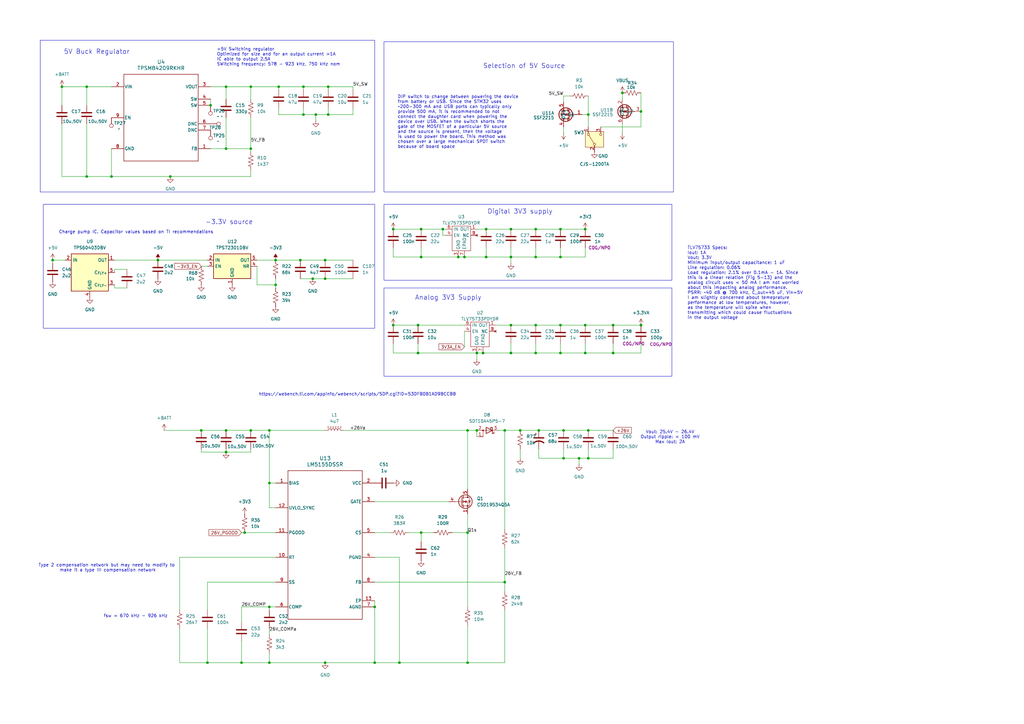
<source format=kicad_sch>
(kicad_sch (version 20231120) (generator "eeschema") (generator_version "8.0")
  (paper "A3")
  (title_block (title "DC-DC conversion") (date "2025-01-17") (rev "1.3") (company "EV"))
  (junction (at 199.39 93.98))
  (junction (at 219.71 93.98))
  (junction (at 172.72 93.98))
  (junction (at 133.35 114.3))
  (junction (at 219.71 144.78))
  (junction (at 255.27 38.1))
  (junction (at 134.62 46.99))
  (junction (at 199.39 105.41))
  (junction (at 35.56 35.56))
  (junction (at 92.71 185.42))
  (junction (at 191.77 218.44))
  (junction (at 209.55 93.98))
  (junction (at 213.36 176.53))
  (junction (at 35.56 72.39))
  (junction (at 187.96 105.41))
  (junction (at 209.55 105.41))
  (junction (at 99.06 271.78))
  (junction (at 229.87 144.78))
  (junction (at 124.46 46.99))
  (junction (at 25.4 35.56))
  (junction (at 113.03 106.68))
  (junction (at 110.49 198.12))
  (junction (at 110.49 248.92))
  (junction (at 133.35 271.78))
  (junction (at 45.72 72.39))
  (junction (at 220.98 176.53))
  (junction (at 102.87 35.56))
  (junction (at 262.89 133.35))
  (junction (at 153.67 271.78))
  (junction (at 195.58 176.53))
  (junction (at 207.01 238.76))
  (junction (at 229.87 93.98))
  (junction (at 190.5 105.41))
  (junction (at 114.3 35.56))
  (junction (at 113.03 116.84))
  (junction (at 172.72 218.44))
  (junction (at 191.77 176.53))
  (junction (at 153.67 248.92))
  (junction (at 241.3 176.53))
  (junction (at 231.14 187.96))
  (junction (at 85.09 271.78))
  (junction (at 110.49 271.78))
  (junction (at 161.29 93.98))
  (junction (at 161.29 133.35))
  (junction (at 191.77 271.78))
  (junction (at 100.33 218.44))
  (junction (at 163.83 271.78))
  (junction (at 102.87 176.53))
  (junction (at 219.71 105.41))
  (junction (at 64.77 106.68))
  (junction (at 229.87 105.41))
  (junction (at 240.03 93.98))
  (junction (at 69.85 72.39))
  (junction (at 82.55 176.53))
  (junction (at 92.71 60.96))
  (junction (at 102.87 60.96))
  (junction (at 123.19 106.68))
  (junction (at 134.62 35.56))
  (junction (at 237.49 187.96))
  (junction (at 241.3 46.99))
  (junction (at 195.58 144.78))
  (junction (at 198.12 144.78))
  (junction (at 171.45 133.35))
  (junction (at 128.27 114.3))
  (junction (at 124.46 35.56))
  (junction (at 262.89 45.72))
  (junction (at 181.61 93.98))
  (junction (at 133.35 106.68))
  (junction (at 129.54 46.99))
  (junction (at 251.46 133.35))
  (junction (at 171.45 144.78))
  (junction (at 92.71 176.53))
  (junction (at 110.49 176.53))
  (junction (at 209.55 133.35))
  (junction (at 240.03 144.78))
  (junction (at 92.71 35.56))
  (junction (at 21.59 106.68))
  (junction (at 219.71 133.35))
  (junction (at 229.87 133.35))
  (junction (at 240.03 133.35))
  (junction (at 172.72 105.41))
  (junction (at 231.14 176.53))
  (junction (at 207.01 176.53))
  (junction (at 86.36 43.18))
  (junction (at 241.3 187.96))
  (junction (at 209.55 144.78))
  (junction (at 251.46 144.78))
  (wire (pts (xy 195.58 93.98) (xy 199.39 93.98)))
  (wire (pts (xy 133.35 106.68) (xy 144.78 106.68)))
  (wire (pts (xy 124.46 44.45) (xy 124.46 46.99)))
  (wire (pts (xy 140.97 176.53) (xy 191.77 176.53)))
  (wire (pts (xy 52.07 110.49) (xy 46.99 110.49)))
  (wire (pts (xy 191.77 271.78) (xy 163.83 271.78)))
  (wire (pts (xy 191.77 256.54) (xy 191.77 271.78)))
  (wire (pts (xy 153.67 228.6) (xy 163.83 228.6)))
  (wire (pts (xy 82.55 176.53) (xy 92.71 176.53)))
  (wire (pts (xy 191.77 248.92) (xy 191.77 218.44)))
  (wire (pts (xy 241.3 176.53) (xy 251.46 176.53)))
  (wire (pts (xy 99.06 218.44) (xy 100.33 218.44)))
  (wire (pts (xy 219.71 105.41) (xy 209.55 105.41)))
  (wire (pts (xy 110.49 271.78) (xy 133.35 271.78)))
  (wire (pts (xy 231.14 39.37) (xy 233.68 39.37)))
  (wire (pts (xy 240.03 144.78) (xy 251.46 144.78)))
  (wire (pts (xy 181.61 96.52) (xy 181.61 93.98)))
  (wire (pts (xy 209.55 140.97) (xy 209.55 144.78)))
  (wire (pts (xy 128.27 114.3) (xy 133.35 114.3)))
  (wire (pts (xy 191.77 176.53) (xy 195.58 176.53)))
  (wire (pts (xy 207.01 224.79) (xy 207.01 238.76)))
  (wire (pts (xy 100.33 218.44) (xy 113.03 218.44)))
  (wire (pts (xy 45.72 60.96) (xy 45.72 72.39)))
  (wire (pts (xy 105.41 109.22) (xy 105.41 116.84)))
  (wire (pts (xy 64.77 106.68) (xy 85.09 106.68)))
  (wire (pts (xy 241.3 187.96) (xy 241.3 184.15)))
  (wire (pts (xy 241.3 46.99) (xy 241.3 52.07)))
  (wire (pts (xy 229.87 133.35) (xy 240.03 133.35)))
  (wire (pts (xy 46.99 116.84) (xy 46.99 118.11)))
  (wire (pts (xy 219.71 133.35) (xy 229.87 133.35)))
  (wire (pts (xy 102.87 48.26) (xy 102.87 60.96)))
  (wire (pts (xy 199.39 101.6) (xy 199.39 105.41)))
  (wire (pts (xy 25.4 43.18) (xy 25.4 35.56)))
  (wire (pts (xy 85.09 257.81) (xy 85.09 271.78)))
  (wire (pts (xy 191.77 210.82) (xy 191.77 218.44)))
  (wire (pts (xy 262.89 52.07) (xy 262.89 45.72)))
  (wire (pts (xy 237.49 187.96) (xy 241.3 187.96)))
  (wire (pts (xy 45.72 35.56) (xy 35.56 35.56)))
  (wire (pts (xy 219.71 93.98) (xy 229.87 93.98)))
  (wire (pts (xy 262.89 144.78) (xy 251.46 144.78)))
  (wire (pts (xy 161.29 133.35) (xy 171.45 133.35)))
  (wire (pts (xy 35.56 72.39) (xy 45.72 72.39)))
  (wire (pts (xy 219.71 144.78) (xy 229.87 144.78)))
  (wire (pts (xy 114.3 46.99) (xy 124.46 46.99)))
  (wire (pts (xy 110.49 267.97) (xy 110.49 271.78)))
  (wire (pts (xy 231.14 41.91) (xy 231.14 39.37)))
  (wire (pts (xy 209.55 133.35) (xy 219.71 133.35)))
  (wire (pts (xy 82.55 184.15) (xy 82.55 185.42)))
  (wire (pts (xy 102.87 40.64) (xy 102.87 35.56)))
  (wire (pts (xy 134.62 44.45) (xy 134.62 46.99)))
  (wire (pts (xy 172.72 101.6) (xy 172.72 105.41)))
  (wire (pts (xy 113.03 208.28) (xy 110.49 208.28)))
  (wire (pts (xy 181.61 93.98) (xy 182.88 93.98)))
  (wire (pts (xy 240.03 140.97) (xy 240.03 144.78)))
  (wire (pts (xy 105.41 106.68) (xy 113.03 106.68)))
  (wire (pts (xy 124.46 46.99) (xy 129.54 46.99)))
  (wire (pts (xy 86.36 60.96) (xy 92.71 60.96)))
  (wire (pts (xy 102.87 185.42) (xy 92.71 185.42)))
  (wire (pts (xy 35.56 50.8) (xy 35.56 72.39)))
  (wire (pts (xy 163.83 228.6) (xy 163.83 271.78)))
  (wire (pts (xy 231.14 187.96) (xy 237.49 187.96)))
  (wire (pts (xy 134.62 46.99) (xy 129.54 46.99)))
  (wire (pts (xy 251.46 187.96) (xy 251.46 184.15)))
  (wire (pts (xy 46.99 106.68) (xy 64.77 106.68)))
  (wire (pts (xy 82.55 185.42) (xy 92.71 185.42)))
  (wire (pts (xy 114.3 44.45) (xy 114.3 46.99)))
  (wire (pts (xy 220.98 187.96) (xy 231.14 187.96)))
  (wire (pts (xy 123.19 106.68) (xy 133.35 106.68)))
  (wire (pts (xy 21.59 107.95) (xy 21.59 106.68)))
  (wire (pts (xy 195.58 144.78) (xy 195.58 147.32)))
  (wire (pts (xy 25.4 35.56) (xy 35.56 35.56)))
  (wire (pts (xy 110.49 248.92) (xy 113.03 248.92)))
  (wire (pts (xy 207.01 271.78) (xy 191.77 271.78)))
  (wire (pts (xy 213.36 176.53) (xy 220.98 176.53)))
  (wire (pts (xy 240.03 133.35) (xy 251.46 133.35)))
  (wire (pts (xy 209.55 144.78) (xy 219.71 144.78)))
  (wire (pts (xy 207.01 238.76) (xy 207.01 242.57)))
  (wire (pts (xy 129.54 46.99) (xy 129.54 49.53)))
  (wire (pts (xy 207.01 250.19) (xy 207.01 271.78)))
  (wire (pts (xy 82.55 109.22) (xy 85.09 109.22)))
  (wire (pts (xy 161.29 105.41) (xy 172.72 105.41)))
  (wire (pts (xy 229.87 144.78) (xy 240.03 144.78)))
  (wire (pts (xy 92.71 48.26) (xy 92.71 60.96)))
  (wire (pts (xy 251.46 140.97) (xy 251.46 144.78)))
  (wire (pts (xy 92.71 60.96) (xy 102.87 60.96)))
  (wire (pts (xy 246.38 52.07) (xy 262.89 52.07)))
  (wire (pts (xy 187.96 105.41) (xy 190.5 105.41)))
  (wire (pts (xy 163.83 271.78) (xy 153.67 271.78)))
  (wire (pts (xy 85.09 238.76) (xy 113.03 238.76)))
  (wire (pts (xy 99.06 262.89) (xy 99.06 271.78)))
  (wire (pts (xy 124.46 36.83) (xy 124.46 35.56)))
  (wire (pts (xy 25.4 50.8) (xy 25.4 72.39)))
  (wire (pts (xy 172.72 105.41) (xy 187.96 105.41)))
  (wire (pts (xy 161.29 140.97) (xy 161.29 144.78)))
  (wire (pts (xy 199.39 93.98) (xy 209.55 93.98)))
  (wire (pts (xy 25.4 72.39) (xy 35.56 72.39)))
  (wire (pts (xy 86.36 40.64) (xy 86.36 43.18)))
  (wire (pts (xy 45.72 72.39) (xy 69.85 72.39)))
  (wire (pts (xy 167.64 218.44) (xy 172.72 218.44)))
  (wire (pts (xy 144.78 36.83) (xy 144.78 35.56)))
  (wire (pts (xy 114.3 35.56) (xy 102.87 35.56)))
  (wire (pts (xy 190.5 105.41) (xy 199.39 105.41)))
  (wire (pts (xy 102.87 72.39) (xy 69.85 72.39)))
  (wire (pts (xy 172.72 218.44) (xy 172.72 222.25)))
  (wire (pts (xy 102.87 35.56) (xy 92.71 35.56)))
  (wire (pts (xy 161.29 101.6) (xy 161.29 105.41)))
  (wire (pts (xy 171.45 144.78) (xy 195.58 144.78)))
  (wire (pts (xy 229.87 101.6) (xy 229.87 105.41)))
  (wire (pts (xy 153.67 271.78) (xy 153.67 248.92)))
  (wire (pts (xy 21.59 106.68) (xy 26.67 106.68)))
  (wire (pts (xy 35.56 35.56) (xy 35.56 43.18)))
  (wire (pts (xy 190.5 142.24) (xy 190.5 135.89)))
  (wire (pts (xy 110.49 176.53) (xy 133.35 176.53)))
  (wire (pts (xy 237.49 187.96) (xy 237.49 190.5)))
  (wire (pts (xy 73.66 257.81) (xy 73.66 271.78)))
  (wire (pts (xy 195.58 176.53) (xy 195.58 179.07)))
  (wire (pts (xy 102.87 60.96) (xy 102.87 62.23)))
  (wire (pts (xy 220.98 187.96) (xy 220.98 184.15)))
  (wire (pts (xy 161.29 93.98) (xy 172.72 93.98)))
  (wire (pts (xy 113.03 116.84) (xy 113.03 118.11)))
  (wire (pts (xy 181.61 96.52) (xy 182.88 96.52)))
  (wire (pts (xy 144.78 44.45) (xy 144.78 46.99)))
  (wire (pts (xy 231.14 54.61) (xy 231.14 52.07)))
  (wire (pts (xy 229.87 93.98) (xy 240.03 93.98)))
  (wire (pts (xy 209.55 93.98) (xy 219.71 93.98)))
  (wire (pts (xy 262.89 38.1) (xy 262.89 45.72)))
  (wire (pts (xy 92.71 176.53) (xy 102.87 176.53)))
  (wire (pts (xy 73.66 250.19) (xy 73.66 228.6)))
  (wire (pts (xy 99.06 248.92) (xy 110.49 248.92)))
  (wire (pts (xy 110.49 208.28) (xy 110.49 198.12)))
  (wire (pts (xy 102.87 69.85) (xy 102.87 72.39)))
  (wire (pts (xy 92.71 40.64) (xy 92.71 35.56)))
  (wire (pts (xy 207.01 176.53) (xy 207.01 217.17)))
  (wire (pts (xy 251.46 133.35) (xy 262.89 133.35)))
  (wire (pts (xy 99.06 271.78) (xy 110.49 271.78)))
  (wire (pts (xy 105.41 116.84) (xy 113.03 116.84)))
  (wire (pts (xy 144.78 35.56) (xy 134.62 35.56)))
  (wire (pts (xy 46.99 118.11) (xy 52.07 118.11)))
  (wire (pts (xy 161.29 144.78) (xy 171.45 144.78)))
  (wire (pts (xy 240.03 101.6) (xy 240.03 105.41)))
  (wire (pts (xy 85.09 271.78) (xy 99.06 271.78)))
  (wire (pts (xy 185.42 218.44) (xy 191.77 218.44)))
  (wire (pts (xy 134.62 35.56) (xy 124.46 35.56)))
  (wire (pts (xy 262.89 140.97) (xy 262.89 144.78)))
  (wire (pts (xy 153.67 205.74) (xy 184.15 205.74)))
  (wire (pts (xy 114.3 36.83) (xy 114.3 35.56)))
  (wire (pts (xy 124.46 35.56) (xy 114.3 35.56)))
  (wire (pts (xy 207.01 176.53) (xy 213.36 176.53)))
  (wire (pts (xy 110.49 176.53) (xy 110.49 198.12)))
  (wire (pts (xy 241.3 187.96) (xy 251.46 187.96)))
  (wire (pts (xy 133.35 114.3) (xy 144.78 114.3)))
  (wire (pts (xy 219.71 101.6) (xy 219.71 105.41)))
  (wire (pts (xy 172.72 93.98) (xy 181.61 93.98)))
  (wire (pts (xy 191.77 176.53) (xy 191.77 200.66)))
  (wire (pts (xy 128.27 114.3) (xy 123.19 114.3)))
  (wire (pts (xy 204.47 176.53) (xy 207.01 176.53)))
  (wire (pts (xy 238.76 46.99) (xy 241.3 46.99)))
  (wire (pts (xy 198.12 144.78) (xy 209.55 144.78)))
  (wire (pts (xy 99.06 255.27) (xy 99.06 248.92)))
  (wire (pts (xy 113.03 106.68) (xy 123.19 106.68)))
  (wire (pts (xy 255.27 38.1) (xy 255.27 40.64)))
  (wire (pts (xy 153.67 238.76) (xy 207.01 238.76)))
  (wire (pts (xy 171.45 133.35) (xy 190.5 133.35)))
  (wire (pts (xy 153.67 248.92) (xy 153.67 246.38)))
  (wire (pts (xy 153.67 218.44) (xy 160.02 218.44)))
  (wire (pts (xy 171.45 140.97) (xy 171.45 144.78)))
  (wire (pts (xy 67.31 176.53) (xy 82.55 176.53)))
  (wire (pts (xy 85.09 250.19) (xy 85.09 238.76)))
  (wire (pts (xy 144.78 46.99) (xy 134.62 46.99)))
  (wire (pts (xy 229.87 105.41) (xy 219.71 105.41)))
  (wire (pts (xy 203.2 133.35) (xy 209.55 133.35)))
  (wire (pts (xy 231.14 187.96) (xy 231.14 184.15)))
  (wire (pts (xy 92.71 35.56) (xy 86.36 35.56)))
  (wire (pts (xy 102.87 176.53) (xy 110.49 176.53)))
  (wire (pts (xy 209.55 101.6) (xy 209.55 105.41)))
  (wire (pts (xy 133.35 271.78) (xy 153.67 271.78)))
  (wire (pts (xy 110.49 250.19) (xy 110.49 248.92)))
  (wire (pts (xy 73.66 228.6) (xy 113.03 228.6)))
  (wire (pts (xy 102.87 184.15) (xy 102.87 185.42)))
  (wire (pts (xy 195.58 144.78) (xy 198.12 144.78)))
  (wire (pts (xy 199.39 105.41) (xy 209.55 105.41)))
  (wire (pts (xy 92.71 184.15) (xy 92.71 185.42)))
  (wire (pts (xy 134.62 36.83) (xy 134.62 35.56)))
  (wire (pts (xy 241.3 39.37) (xy 241.3 46.99)))
  (wire (pts (xy 113.03 114.3) (xy 113.03 116.84)))
  (wire (pts (xy 255.27 54.61) (xy 255.27 50.8)))
  (wire (pts (xy 110.49 257.81) (xy 110.49 260.35)))
  (wire (pts (xy 209.55 105.41) (xy 209.55 107.95)))
  (wire (pts (xy 213.36 184.15) (xy 213.36 187.96)))
  (wire (pts (xy 219.71 140.97) (xy 219.71 144.78)))
  (wire (pts (xy 231.14 176.53) (xy 241.3 176.53)))
  (wire (pts (xy 46.99 110.49) (xy 46.99 111.76)))
  (wire (pts (xy 172.72 218.44) (xy 177.8 218.44)))
  (wire (pts (xy 229.87 140.97) (xy 229.87 144.78)))
  (wire (pts (xy 110.49 198.12) (xy 113.03 198.12)))
  (wire (pts (xy 73.66 271.78) (xy 85.09 271.78)))
  (wire (pts (xy 220.98 176.53) (xy 231.14 176.53)))
  (wire (pts (xy 240.03 105.41) (xy 229.87 105.41)))
  (rectangle (start 157.48 17.145) (end 276.225 78.74))
  (rectangle (start 157.48 83.82) (end 275.59 114.935))
  (rectangle (start 17.78 83.82) (end 153.67 134.62))
  (rectangle (start 157.48 118.11) (end 275.59 154.305))
  (rectangle (start 16.51 16.51) (end 153.67 78.74))
  (text "Digital 3V3 supply" (at 199.898 86.868 0) (effects (font (size 1.905 1.905)) (justify left)))
  (text "5V Buck Regulator" (at 26.162 21.336 0) (effects (font (size 1.905 1.905)) (justify left)))
  (text "-3.3V source" (at 93.98 91.186 0) (effects (font (size 1.905 1.905))))
  (text "TLV75733 Specs:\nIout: 1A\nVout: 3.3V\nMinimum input/output capacitance: 1 uF\nLine regulation: 0.06%\nLoad regulation: 2.1% over 0.1mA - 1A. Since\nthis is a linear relation (Fig 5-13) and the\nanalog circuit uses < 50 mA I am not worried\nabout this impacting analog performance.\nPSRR: ~40 dB @ 700 kHz, C_out=45 uF, Vin=5V\nI am slightly concerned about temeprature\nperformance at low temperatures, however,\nas the temperature will spike when\ntransmitting which could cause fluctuations\nin the output voltage" (at 281.94 116.078 0) (effects (font (size 1.27 1.27)) (justify left)))
  (text "https://webench.ti.com/appinfo/webench/scripts/SDP.cgi?ID=53DFB0B1AD9BCCBB\n" (at 146.558 161.798 0) (effects (font (size 1.27 1.27))))
  (text "Analog 3V3 Supply" (at 170.18 122.174 0) (effects (font (size 1.905 1.905)) (justify left)))
  (text "Type 2 compensation network but may need to modify to \nmake it a type III compensation network" (at 44.196 232.918 0) (effects (font (size 1.27 1.27))))
  (text "fsw = 670 kHz - 926 kHz" (at 55.626 252.73 0) (effects (font (size 1.27 1.27))))
  (text "Charge pump IC. Capacitor values based on TI recommendations" (at 24.13 95.25 0) (effects (font (size 1.27 1.27)) (justify left)))
  (text "DIP switch to change between powering the device\nfrom battery or USB. Since the STM32 uses \n~200-300 mA and USB ports can typically only \nprovide 500 mA, it is recommended to not \nconnect the daughter card when powering the \ndevice over USB. When the switch shorts the\ngate of the MOSFET of a particular 5V source\nand the source is present, then the voltage\nis used to power the board. This method was\nchosen over a large mechanical SPDT switch\nbecause of board space" (at 163.068 50.038 0) (effects (font (size 1.27 1.27)) (justify left)))
  (text "Selection of 5V Source" (at 198.12 27.178 0) (effects (font (size 1.905 1.905)) (justify left)))
  (text "Vout: 25.4V - 26.4V\nOutput ripple: < 100 mV\nMax Iout: 2A\n" (at 274.828 179.324 0) (effects (font (size 1.27 1.27))))
  (text "+5V Switching regulator\nOptimized for size and for an output current >1A\nIC able to output 2.5A\nSWitching frequency: 578 - 923 kHz, 750 kHz nom" (at 88.9 23.368 0) (effects (font (size 1.27 1.27)) (justify left)))
  (label "26V_FB" (at 207.01 236.22 0))
  (label "26V_COMP" (at 99.06 248.92 0))
  (label "5V_SW" (at 144.78 35.56 0))
  (label "26V_COMPa" (at 110.49 259.08 0))
  (label "5V_SW" (at 231.14 39.37 180))
  (label "+26Va" (at 143.51 176.53 0))
  (label "Q1s" (at 191.77 218.44 0))
  (label "5V_FB" (at 102.87 58.42 0))
  (global_label "3V3A_EN" (shape input) (at 190.5 142.24 180) (property "Intersheetrefs" "${INTERSHEET_REFS}" (effects (hide yes))))
  (global_label "+26V" (shape input) (at 251.46 176.53 0) (property "Intersheetrefs" "${INTERSHEET_REFS}" (effects (hide yes))))
  (global_label "-3V3_EN" (shape input) (at 82.55 109.22 180) (property "Intersheetrefs" "${INTERSHEET_REFS}" (effects (hide yes))))
  (global_label "26V_PGOOD" (shape input) (at 99.06 218.44 180) (property "Intersheetrefs" "${INTERSHEET_REFS}" (effects (hide yes))))
  (symbol (lib_id "UAM_symbols:R_US") (at 237.49 39.37 90) (unit 1)
    (property "Reference" "R3" (at 237.49 33.02 90))
    (property "Value" "10k" (at 237.49 35.56 90))
    (property "Footprint" "Resistor_SMD:R_0603_1608Metric_Pad0.98x0.95mm_HandSolder" (effects (hide yes)))
    (property "Description" "Resistor, US symbol" (effects (hide yes)))
  )
  (symbol (lib_id "UAM_symbols:R_US") (at 113.03 110.49 0) (unit 1)
    (property "Reference" "R22" (at 115.57 109.2199 0) (effects (justify left)))
    (property "Value" "68k" (at 115.57 111.7599 0) (effects (justify left)))
    (property "Footprint" "Resistor_SMD:R_0603_1608Metric_Pad0.98x0.95mm_HandSolder" (effects (hide yes)))
    (property "Description" "Resistor, US symbol" (effects (hide yes)))
  )
  (symbol (lib_id "power:+5V") (at 231.14 54.61 180) (unit 1)
    (property "Reference" "#PWR087" (effects (hide yes)))
    (property "Value" "+5V" (at 231.14 59.69 0))
    (property "Description" "Power symbol creates a global label with name \"+5V\"" (effects (hide yes)))
  )
  (symbol (lib_id "UAM_symbols:C") (at 114.3 40.64 0) (unit 1)
    (property "Reference" "C18" (at 118.11 39.3699 0) (effects (justify left)))
    (property "Value" "47u" (at 118.11 41.9099 0) (effects (justify left)))
    (property "Footprint" "Capacitor_SMD:C_1210_3225Metric_Pad1.33x2.70mm_HandSolder" (effects (hide yes)))
    (property "Description" "Unpolarized capacitor" (effects (hide yes)))
  )
  (symbol (lib_id "UAM_symbols:TestPoint") (at 45.72 48.26 180) (unit 1)
    (property "Reference" "TP27" (at 46.736 50.546 0) (effects (justify right)))
    (property "Value" "~" (at 48.26 52.832 0) (effects (justify right)))
    (property "Footprint" "TestPoint:TestPoint_Pad_D1.0mm" (effects (hide yes)))
    (property "Description" "test point" (effects (hide yes)))
  )
  (symbol (lib_id "UAM_symbols:R_US") (at 73.66 254 0) (unit 1)
    (property "Reference" "R25" (at 76.2 252.7299 0) (effects (justify left)))
    (property "Value" "26k7" (at 76.2 255.2699 0) (effects (justify left)))
    (property "Footprint" "Resistor_SMD:R_0603_1608Metric_Pad0.98x0.95mm_HandSolder" (effects (hide yes)))
    (property "Description" "Resistor, US symbol" (effects (hide yes)))
  )
  (symbol (lib_id "UAM_symbols:C") (at 209.55 137.16 0) (unit 1)
    (property "Reference" "C34" (at 213.36 135.8899 0) (effects (justify left)))
    (property "Value" "22u" (at 213.36 138.4299 0) (effects (justify left)))
    (property "Footprint" "Capacitor_SMD:C_0805_2012Metric_Pad1.18x1.45mm_HandSolder" (effects (hide yes)))
    (property "Description" "Unpolarized capacitor" (effects (hide yes)))
  )
  (symbol (lib_id "UAM_symbols:R_US") (at 110.49 264.16 0) (unit 1)
    (property "Reference" "R24" (at 113.03 262.8899 0) (effects (justify left)))
    (property "Value" "3k3" (at 113.03 265.4299 0) (effects (justify left)))
    (property "Footprint" "Resistor_SMD:R_0603_1608Metric_Pad0.98x0.95mm_HandSolder" (effects (hide yes)))
    (property "Description" "Resistor, US symbol" (effects (hide yes)))
  )
  (symbol (lib_id "UAM_symbols:R_US") (at 100.33 214.63 0) (unit 1)
    (property "Reference" "R36" (at 102.87 213.3599 0) (effects (justify left)))
    (property "Value" "10k" (at 102.87 215.8999 0) (effects (justify left)))
    (property "Footprint" "Resistor_SMD:R_0603_1608Metric_Pad0.98x0.95mm_HandSolder" (effects (hide yes)))
    (property "Description" "Resistor, US symbol" (effects (hide yes)))
  )
  (symbol (lib_id "UAM_symbols:C") (at 262.89 137.16 0) (unit 1)
    (property "Reference" "C33" (at 266.7 135.8899 0) (effects (justify left)))
    (property "Value" "100p" (at 266.7 138.4299 0) (effects (justify left)))
    (property "Footprint" "Capacitor_SMD:C_0603_1608Metric_Pad1.08x0.95mm_HandSolder" (effects (hide yes)))
    (property "Description" "Unpolarized capacitor" (effects (hide yes)))
    (property "Dielectric" "C0G/NP0" (at 271.018 141.224 0))
  )
  (symbol (lib_id "UAM_symbols:TPS72325DBV") (at 95.25 109.22 0) (unit 1)
    (property "Reference" "U12" (at 95.25 99.06 0))
    (property "Value" "TPS72301DBV" (at 95.25 101.6 0))
    (property "Footprint" "Package_TO_SOT_SMD:SOT-23-5" (effects (hide yes)))
    (property "Datasheet" "https://www.ti.com/lit/ds/symlink/tps723.pdf" (effects (hide yes)))
    (property "Description" "200-mA, Low-Noise, High-PSRR, Negative Output Low-Dropout Linear Regulator, Fixed Output -2.5 V, SOT-23-5" (effects (hide yes)))
  )
  (symbol (lib_id "UAM_symbols:D_Schottky_AAK") (at 200.66 176.53 180) (unit 1)
    (property "Reference" "D8" (at 199.771 170.18 0))
    (property "Value" "SDT10A45P5-7" (at 199.771 172.72 0))
    (property "Footprint" "Diodes:PowerDI-5" (effects (hide yes)))
    (property "Description" "Schottky diode, anode on pins 1 and 2" (effects (hide yes)))
  )
  (symbol (lib_id "UAM_symbols:C") (at 144.78 40.64 0) (unit 1)
    (property "Reference" "C21" (at 148.59 39.3699 0) (effects (justify left)))
    (property "Value" "1u" (at 148.59 41.9099 0) (effects (justify left)))
    (property "Footprint" "Capacitor_SMD:C_0603_1608Metric_Pad1.08x0.95mm_HandSolder" (effects (hide yes)))
    (property "Description" "Unpolarized capacitor" (effects (hide yes)))
  )
  (symbol (lib_id "UAM_symbols:C") (at 251.46 180.34 0) (unit 1)
    (property "Reference" "C60" (at 255.27 179.0699 0) (effects (justify left)))
    (property "Value" "100n,50V" (at 252.476 183.134 0) (effects (justify left)))
    (property "Footprint" "Capacitor_SMD:C_0603_1608Metric_Pad1.08x0.95mm_HandSolder" (effects (hide yes)))
    (property "Description" "Unpolarized capacitor" (effects (hide yes)))
  )
  (symbol (lib_id "UAM_symbols:C") (at 240.03 137.16 0) (unit 1)
    (property "Reference" "C37" (at 243.84 135.8899 0) (effects (justify left)))
    (property "Value" "100n" (at 243.84 138.4299 0) (effects (justify left)))
    (property "Footprint" "Capacitor_SMD:C_0603_1608Metric_Pad1.08x0.95mm_HandSolder" (effects (hide yes)))
    (property "Description" "Unpolarized capacitor" (effects (hide yes)))
  )
  (symbol (lib_id "UAM_symbols:C") (at 92.71 180.34 0) (unit 1)
    (property "Reference" "C55" (at 96.52 179.0699 0) (effects (justify left)))
    (property "Value" "10u,50V" (at 93.218 183.134 0) (effects (justify left)))
    (property "Footprint" "Capacitor_SMD:C_1210_3225Metric_Pad1.33x2.70mm_HandSolder" (effects (hide yes)))
    (property "Description" "Unpolarized capacitor" (effects (hide yes)))
  )
  (symbol (lib_id "UAM_symbols:C") (at 172.72 97.79 0) (unit 1)
    (property "Reference" "C22" (at 176.53 96.5199 0) (effects (justify left)))
    (property "Value" "22u" (at 176.53 99.0599 0) (effects (justify left)))
    (property "Footprint" "Capacitor_SMD:C_0805_2012Metric_Pad1.18x1.45mm_HandSolder" (effects (hide yes)))
    (property "Description" "Unpolarized capacitor" (effects (hide yes)))
  )
  (symbol (lib_id "UAM_symbols:R_US") (at 82.55 113.03 0) (unit 1)
    (property "Reference" "R68" (at 77.216 112.014 0) (effects (justify left)))
    (property "Value" "10k" (at 76.2 114.3 0) (effects (justify left)))
    (property "Footprint" "Resistor_SMD:R_0603_1608Metric_Pad0.98x0.95mm_HandSolder" (effects (hide yes)))
    (property "Description" "Resistor, US symbol" (effects (hide yes)))
  )
  (symbol (lib_id "UAM_symbols:C") (at 157.48 198.12 90) (unit 1)
    (property "Reference" "C51" (at 157.48 190.5 90))
    (property "Value" "1u" (at 157.48 193.04 90))
    (property "Footprint" "Capacitor_SMD:C_0603_1608Metric_Pad1.08x0.95mm_HandSolder" (effects (hide yes)))
    (property "Description" "Unpolarized capacitor" (effects (hide yes)))
  )
  (symbol (lib_id "power:GND") (at 64.77 114.3 0) (unit 1)
    (property "Reference" "#PWR089" (effects (hide yes)))
    (property "Value" "GND" (at 64.77 119.38 0))
    (property "Description" "Power symbol creates a global label with name \"GND\" , ground" (effects (hide yes)))
  )
  (symbol (lib_id "power:+3.3VA") (at 262.89 133.35 0) (unit 1)
    (property "Reference" "#PWR043" (effects (hide yes)))
    (property "Value" "+3.3VA" (at 262.89 128.27 0))
    (property "Description" "Power symbol creates a global label with name \"+3.3VA\"" (effects (hide yes)))
  )
  (symbol (lib_id "power:+3V3") (at 100.33 210.82 0) (unit 1)
    (property "Reference" "#PWR0100" (effects (hide yes)))
    (property "Value" "+3V3" (at 100.33 205.74 0))
    (property "Description" "Power symbol creates a global label with name \"+3V3\"" (effects (hide yes)))
  )
  (symbol (lib_id "power:GND") (at 237.49 190.5 0) (unit 1)
    (property "Reference" "#PWR0101" (effects (hide yes)))
    (property "Value" "GND" (at 237.49 195.58 0))
    (property "Description" "Power symbol creates a global label with name \"GND\" , ground" (effects (hide yes)))
  )
  (symbol (lib_id "UAM_symbols:C") (at 219.71 97.79 0) (unit 1)
    (property "Reference" "C28" (at 223.52 96.5199 0) (effects (justify left)))
    (property "Value" "1u" (at 223.52 99.0599 0) (effects (justify left)))
    (property "Footprint" "Capacitor_SMD:C_0603_1608Metric_Pad1.08x0.95mm_HandSolder" (effects (hide yes)))
    (property "Description" "Unpolarized capacitor" (effects (hide yes)))
  )
  (symbol (lib_id "power:+BATT") (at 25.4 35.56 0) (unit 1)
    (property "Reference" "#PWR051" (effects (hide yes)))
    (property "Value" "+BATT" (at 25.4 30.48 0))
    (property "Description" "Power symbol creates a global label with name \"+BATT\"" (effects (hide yes)))
  )
  (symbol (lib_id "UAM_symbols:C") (at 251.46 137.16 0) (unit 1)
    (property "Reference" "C38" (at 255.27 135.8899 0) (effects (justify left)))
    (property "Value" "1n" (at 255.27 138.4299 0) (effects (justify left)))
    (property "Footprint" "Capacitor_SMD:C_0603_1608Metric_Pad1.08x0.95mm_HandSolder" (effects (hide yes)))
    (property "Description" "Unpolarized capacitor" (effects (hide yes)))
    (property "Dielectric" "C0G/NP0" (at 259.842 140.97 0))
  )
  (symbol (lib_id "power:GND") (at 209.55 107.95 0) (unit 1)
    (property "Reference" "#PWR038" (effects (hide yes)))
    (property "Value" "GND" (at 209.55 113.03 0))
    (property "Description" "Power symbol creates a global label with name \"GND\" , ground" (effects (hide yes)))
  )
  (symbol (lib_id "UAM_symbols:TLV75733PDYDR") (at 196.85 137.16 0) (unit 1)
    (property "Reference" "U2" (at 196.85 128.27 0))
    (property "Value" "TLV75733PDYDR" (at 196.85 130.81 0))
    (property "Footprint" "Package_SON:WSON-6-1EP_2x2mm_P0.65mm_EP1x1.6mm" (effects (hide yes)))
    (property "Datasheet" "https://www.ti.com/lit/ds/symlink/tlv757p.pdf" (effects (hide yes)))
    (property "Description" "3.3V linear regulator" (effects (hide yes)))
  )
  (symbol (lib_id "UAM_symbols:C") (at 171.45 137.16 0) (unit 1)
    (property "Reference" "C32" (at 175.26 135.8899 0) (effects (justify left)))
    (property "Value" "10u" (at 175.26 138.4299 0) (effects (justify left)))
    (property "Footprint" "Capacitor_SMD:C_0603_1608Metric_Pad1.08x0.95mm_HandSolder" (effects (hide yes)))
    (property "Description" "Unpolarized capacitor" (effects (hide yes)))
  )
  (symbol (lib_id "UAM_symbols:SW_SPDT") (at 243.84 57.15 90) (unit 1)
    (property "Reference" "SW3" (at 235.458 54.356 90) (effects (justify right)))
    (property "Value" "CJS-1200TA" (at 237.744 67.31 90) (effects (justify right)))
    (property "Footprint" "Switches:CJS-1200TA" (effects (hide yes)))
    (property "Description" "Switch, single pole double throw" (effects (hide yes)))
  )
  (symbol (lib_id "UAM_symbols:R_US") (at 113.03 121.92 0) (unit 1)
    (property "Reference" "R23" (at 115.57 120.6499 0) (effects (justify left)))
    (property "Value" "39k" (at 115.57 123.1899 0) (effects (justify left)))
    (property "Footprint" "Resistor_SMD:R_0603_1608Metric_Pad0.98x0.95mm_HandSolder" (effects (hide yes)))
    (property "Description" "Resistor, US symbol" (effects (hide yes)))
  )
  (symbol (lib_id "UAM_symbols:C") (at 240.03 97.79 0) (unit 1)
    (property "Reference" "C30" (at 243.84 96.5199 0) (effects (justify left)))
    (property "Value" "1n" (at 243.84 99.0599 0) (effects (justify left)))
    (property "Footprint" "Capacitor_SMD:C_0603_1608Metric_Pad1.08x0.95mm_HandSolder" (effects (hide yes)))
    (property "Description" "Unpolarized capacitor" (effects (hide yes)))
    (property "Dielectric" "C0G/NP0" (at 245.872 101.6 0))
  )
  (symbol (lib_id "UAM_symbols:C") (at 199.39 97.79 0) (unit 1)
    (property "Reference" "C26" (at 203.2 96.5199 0) (effects (justify left)))
    (property "Value" "22u" (at 203.2 99.0599 0) (effects (justify left)))
    (property "Footprint" "Capacitor_SMD:C_0805_2012Metric_Pad1.18x1.45mm_HandSolder" (effects (hide yes)))
    (property "Description" "Unpolarized capacitor" (effects (hide yes)))
  )
  (symbol (lib_id "UAM_symbols:C") (at 241.3 180.34 0) (unit 1)
    (property "Reference" "C59" (at 245.11 179.0699 0) (effects (justify left)))
    (property "Value" "1u,50V" (at 242.062 182.88 0) (effects (justify left)))
    (property "Footprint" "Capacitor_SMD:C_0603_1608Metric_Pad1.08x0.95mm_HandSolder" (effects (hide yes)))
    (property "Description" "Unpolarized capacitor" (effects (hide yes)))
  )
  (symbol (lib_id "power:+5V") (at 255.27 54.61 180) (unit 1)
    (property "Reference" "#PWR086" (effects (hide yes)))
    (property "Value" "+5V" (at 255.27 59.69 0))
    (property "Description" "Power symbol creates a global label with name \"+5V\"" (effects (hide yes)))
  )
  (symbol (lib_id "power:GND") (at 133.35 271.78 0) (unit 1)
    (property "Reference" "#PWR096" (effects (hide yes)))
    (property "Value" "GND" (at 133.35 276.86 0))
    (property "Description" "Power symbol creates a global label with name \"GND\" , ground" (effects (hide yes)))
  )
  (symbol (lib_id "power:GND") (at 243.84 62.23 0) (unit 1)
    (property "Reference" "#PWR085" (effects (hide yes)))
    (property "Value" "GND" (at 247.396 64.008 0))
    (property "Description" "Power symbol creates a global label with name \"GND\" , ground" (effects (hide yes)))
  )
  (symbol (lib_id "power:GND") (at 172.72 229.87 0) (unit 1)
    (property "Reference" "#PWR0102" (effects (hide yes)))
    (property "Value" "GND" (at 172.72 234.95 0))
    (property "Description" "Power symbol creates a global label with name \"GND\" , ground" (effects (hide yes)))
  )
  (symbol (lib_id "UAM_symbols:C") (at 52.07 114.3 0) (unit 1)
    (property "Reference" "C47" (at 55.88 113.0299 0) (effects (justify left)))
    (property "Value" "2u2" (at 55.88 115.5699 0) (effects (justify left)))
    (property "Footprint" "Capacitor_SMD:C_0805_2012Metric_Pad1.18x1.45mm_HandSolder" (effects (hide yes)))
    (property "Description" "Unpolarized capacitor" (effects (hide yes)))
  )
  (symbol (lib_id "UAM_symbols:TestPoint") (at 86.36 53.34 180) (unit 1)
    (property "Reference" "TP25" (at 87.376 55.626 0) (effects (justify right)))
    (property "Value" "~" (at 88.9 57.912 0) (effects (justify right)))
    (property "Footprint" "TestPoint:TestPoint_Pad_D1.0mm" (effects (hide yes)))
    (property "Description" "test point" (effects (hide yes)))
  )
  (symbol (lib_id "UAM_symbols:C") (at 123.19 110.49 0) (unit 1)
    (property "Reference" "C49" (at 127 109.2199 0) (effects (justify left)))
    (property "Value" "4u7" (at 127 111.7599 0) (effects (justify left)))
    (property "Footprint" "Capacitor_SMD:C_0603_1608Metric_Pad1.08x0.95mm_HandSolder" (effects (hide yes)))
    (property "Description" "Unpolarized capacitor" (effects (hide yes)))
  )
  (symbol (lib_id "power:GND") (at 128.27 114.3 0) (unit 1)
    (property "Reference" "#PWR095" (effects (hide yes)))
    (property "Value" "GND" (at 128.27 119.38 0))
    (property "Description" "Power symbol creates a global label with name \"GND\" , ground" (effects (hide yes)))
  )
  (symbol (lib_id "UAM_symbols:R_US") (at 181.61 218.44 90) (unit 1)
    (property "Reference" "R29" (at 181.61 212.09 90))
    (property "Value" "100R" (at 181.61 214.63 90))
    (property "Footprint" "Resistor_SMD:R_0603_1608Metric_Pad0.98x0.95mm_HandSolder" (effects (hide yes)))
    (property "Description" "Resistor, US symbol" (effects (hide yes)))
  )
  (symbol (lib_id "UAM_symbols:R_US") (at 163.83 218.44 90) (unit 1)
    (property "Reference" "R26" (at 163.83 212.09 90))
    (property "Value" "383R" (at 163.83 214.63 90))
    (property "Footprint" "Resistor_SMD:R_0603_1608Metric_Pad0.98x0.95mm_HandSolder" (effects (hide yes)))
    (property "Description" "Resistor, US symbol" (effects (hide yes)))
  )
  (symbol (lib_id "power:GND") (at 21.59 115.57 0) (unit 1)
    (property "Reference" "#PWR072" (effects (hide yes)))
    (property "Value" "GND" (at 21.59 120.65 0))
    (property "Description" "Power symbol creates a global label with name \"GND\" , ground" (effects (hide yes)))
  )
  (symbol (lib_id "UAM_symbols:C") (at 219.71 137.16 0) (unit 1)
    (property "Reference" "C35" (at 223.52 135.8899 0) (effects (justify left)))
    (property "Value" "22u" (at 223.52 138.4299 0) (effects (justify left)))
    (property "Footprint" "Capacitor_SMD:C_0805_2012Metric_Pad1.18x1.45mm_HandSolder" (effects (hide yes)))
    (property "Description" "Unpolarized capacitor" (effects (hide yes)))
  )
  (symbol (lib_id "power:GND") (at 82.55 116.84 0) (unit 1)
    (property "Reference" "#PWR0169" (effects (hide yes)))
    (property "Value" "GND" (at 82.55 121.92 0))
    (property "Description" "Power symbol creates a global label with name \"GND\" , ground" (effects (hide yes)))
  )
  (symbol (lib_id "UAM_symbols:LM5155DSSR") (at 133.35 223.52 0) (unit 1)
    (property "Reference" "U13" (at 133.35 187.96 0) (effects (font (size 1.524 1.524))))
    (property "Value" "LM5155DSSR" (at 133.35 190.5 0) (effects (font (size 1.524 1.524))))
    (property "Footprint" "DSS0012B" (effects (hide yes)))
    (property "Datasheet" "LM5155DSSR" (effects (hide yes)))
  )
  (symbol (lib_id "UAM_symbols:C") (at 82.55 180.34 0) (unit 1)
    (property "Reference" "C56" (at 86.36 179.0699 0) (effects (justify left)))
    (property "Value" "10u,50V" (at 82.55 182.88 0) (effects (justify left)))
    (property "Footprint" "Capacitor_SMD:C_1210_3225Metric_Pad1.33x2.70mm_HandSolder" (effects (hide yes)))
    (property "Description" "Unpolarized capacitor" (effects (hide yes)))
  )
  (symbol (lib_id "UAM_symbols:TPSM84209RKHR") (at 66.04 48.26 0) (unit 1)
    (property "Reference" "U4" (at 66.04 25.4 0) (effects (font (size 1.524 1.524))))
    (property "Value" "TPSM84209RKHR" (at 66.04 27.94 0) (effects (font (size 1.524 1.524))))
    (property "Footprint" "RKH0009A" (effects (hide yes)))
    (property "Datasheet" "TPSM84209RKHR" (effects (hide yes)))
  )
  (symbol (lib_id "UAM_symbols:TPS60403DBV") (at 36.83 111.76 0) (unit 1)
    (property "Reference" "U9" (at 36.83 99.06 0))
    (property "Value" "TPS60403DBV" (at 36.83 101.6 0))
    (property "Footprint" "Package_TO_SOT_SMD:SOT-23-5" (effects (hide yes)))
    (property "Datasheet" "https://www.ti.com/lit/ds/symlink/tps60401.pdf" (effects (hide yes)))
    (property "Description" "Unregulated 60-mA Charge Pump Voltage Inverter with Fixed Switching Frequency 250 kHz, SOT-23-5" (effects (hide yes)))
  )
  (symbol (lib_id "UAM_symbols:TestPoint") (at 86.36 50.8 270) (unit 1)
    (property "Reference" "TP28" (at 90.678 52.324 90) (effects (justify right)))
    (property "Value" "~" (at 90.932 48.26 0) (effects (justify right)))
    (property "Footprint" "TestPoint:TestPoint_Pad_D1.0mm" (effects (hide yes)))
    (property "Description" "test point" (effects (hide yes)))
  )
  (symbol (lib_id "UAM_symbols:TestPoint") (at 86.36 43.18 180) (unit 1)
    (property "Reference" "TP26" (at 87.376 45.466 0) (effects (justify right)))
    (property "Value" "~" (at 88.9 47.752 0) (effects (justify right)))
    (property "Footprint" "TestPoint:TestPoint_Pad_D1.0mm" (effects (hide yes)))
    (property "Description" "test point" (effects (hide yes)))
  )
  (symbol (lib_id "UAM_symbols:C") (at 64.77 110.49 0) (unit 1)
    (property "Reference" "C48" (at 67.31 109.22 0) (effects (justify left)))
    (property "Value" "2u2" (at 67.31 111.76 0) (effects (justify left)))
    (property "Footprint" "Capacitor_SMD:C_0805_2012Metric_Pad1.18x1.45mm_HandSolder" (effects (hide yes)))
    (property "Description" "Unpolarized capacitor" (effects (hide yes)))
  )
  (symbol (lib_id "UAM_symbols:L_Ferrite") (at 137.16 176.53 90) (unit 1)
    (property "Reference" "L1" (at 137.16 170.18 90))
    (property "Value" "4u7" (at 137.16 172.72 90))
    (property "Footprint" "Inductor:SRP6060FA" (effects (hide yes)))
    (property "Description" "Inductor with ferrite core" (effects (hide yes)))
  )
  (symbol (lib_id "UAM_symbols:C") (at 124.46 40.64 0) (unit 1)
    (property "Reference" "C19" (at 128.27 39.3699 0) (effects (justify left)))
    (property "Value" "47u" (at 128.27 41.9099 0) (effects (justify left)))
    (property "Footprint" "Capacitor_SMD:C_1210_3225Metric_Pad1.33x2.70mm_HandSolder" (effects (hide yes)))
    (property "Description" "Unpolarized capacitor" (effects (hide yes)))
  )
  (symbol (lib_id "UAM_symbols:C") (at 92.71 44.45 0) (unit 1)
    (property "Reference" "C15" (at 96.52 43.1799 0) (effects (justify left)))
    (property "Value" "330p" (at 96.52 45.7199 0) (effects (justify left)))
    (property "Footprint" "Capacitor_SMD:C_0603_1608Metric_Pad1.08x0.95mm_HandSolder" (effects (hide yes)))
    (property "Description" "Unpolarized capacitor" (effects (hide yes)))
  )
  (symbol (lib_id "UAM_symbols:R_US") (at 213.36 180.34 0) (unit 1)
    (property "Reference" "R77" (at 215.9 179.0699 0) (effects (justify left)))
    (property "Value" "10k" (at 215.9 181.6099 0) (effects (justify left)))
    (property "Footprint" "Resistor_SMD:R_0603_1608Metric_Pad0.98x0.95mm_HandSolder" (effects (hide yes)))
    (property "Description" "Resistor, US symbol" (effects (hide yes)))
  )
  (symbol (lib_id "power:GND") (at 195.58 147.32 0) (unit 1)
    (property "Reference" "#PWR042" (effects (hide yes)))
    (property "Value" "GND" (at 195.58 152.4 0))
    (property "Description" "Power symbol creates a global label with name \"GND\" , ground" (effects (hide yes)))
  )
  (symbol (lib_id "UAM_symbols:C_Polarized_US") (at 220.98 180.34 0) (unit 1)
    (property "Reference" "C57" (at 224.79 178.4349 0) (effects (justify left)))
    (property "Value" "68u" (at 224.79 180.9749 0) (effects (justify left)))
    (property "Footprint" "Capacitor_THT:CP_Radial_D6.3mm_P2.50mm" (effects (hide yes)))
    (property "Description" "Polarized capacitor, US symbol" (effects (hide yes)))
  )
  (symbol (lib_id "UAM_symbols:R_US") (at 191.77 252.73 0) (unit 1)
    (property "Reference" "R35" (at 194.31 251.4599 0) (effects (justify left)))
    (property "Value" "10m" (at 194.31 253.9999 0) (effects (justify left)))
    (property "Footprint" "Resistor_SMD:R_0805_2012Metric_Pad1.20x1.40mm_HandSolder" (effects (hide yes)))
    (property "Description" "Resistor, US symbol" (effects (hide yes)))
  )
  (symbol (lib_id "power:GND") (at 95.25 116.84 0) (unit 1)
    (property "Reference" "#PWR092" (effects (hide yes)))
    (property "Value" "GND" (at 95.25 121.92 0))
    (property "Description" "Power symbol creates a global label with name \"GND\" , ground" (effects (hide yes)))
  )
  (symbol (lib_id "UAM_symbols:C") (at 133.35 110.49 0) (unit 1)
    (property "Reference" "C50" (at 137.16 109.2199 0) (effects (justify left)))
    (property "Value" "100n" (at 137.16 111.7599 0) (effects (justify left)))
    (property "Footprint" "Capacitor_SMD:C_0603_1608Metric_Pad1.08x0.95mm_HandSolder" (effects (hide yes)))
    (property "Description" "Unpolarized capacitor" (effects (hide yes)))
  )
  (symbol (lib_id "power:GND") (at 213.36 187.96 0) (unit 1)
    (property "Reference" "#PWR0184" (effects (hide yes)))
    (property "Value" "GND" (at 213.36 193.04 0))
    (property "Description" "Power symbol creates a global label with name \"GND\" , ground" (effects (hide yes)))
  )
  (symbol (lib_id "power:+5V") (at 161.29 93.98 0) (unit 1)
    (property "Reference" "#PWR039" (effects (hide yes)))
    (property "Value" "+5V" (at 161.29 88.9 0))
    (property "Description" "Power symbol creates a global label with name \"+5V\"" (effects (hide yes)))
  )
  (symbol (lib_id "power:GND") (at 92.71 185.42 0) (unit 1)
    (property "Reference" "#PWR099" (effects (hide yes)))
    (property "Value" "GND" (effects (hide yes)))
    (property "Description" "Power symbol creates a global label with name \"GND\" , ground" (effects (hide yes)))
  )
  (symbol (lib_id "UAM_symbols:R_US") (at 207.01 246.38 0) (unit 1)
    (property "Reference" "R28" (at 209.55 245.1099 0) (effects (justify left)))
    (property "Value" "2k49" (at 209.55 247.6499 0) (effects (justify left)))
    (property "Footprint" "Resistor_SMD:R_0603_1608Metric_Pad0.98x0.95mm_HandSolder" (effects (hide yes)))
    (property "Description" "Resistor, US symbol" (effects (hide yes)))
  )
  (symbol (lib_id "UAM_symbols:C") (at 209.55 97.79 0) (unit 1)
    (property "Reference" "C27" (at 213.36 96.5199 0) (effects (justify left)))
    (property "Value" "22u" (at 213.36 99.0599 0) (effects (justify left)))
    (property "Footprint" "Capacitor_SMD:C_0805_2012Metric_Pad1.18x1.45mm_HandSolder" (effects (hide yes)))
    (property "Description" "Unpolarized capacitor" (effects (hide yes)))
  )
  (symbol (lib_id "power:+5V") (at 161.29 133.35 0) (unit 1)
    (property "Reference" "#PWR041" (effects (hide yes)))
    (property "Value" "+5V" (at 161.29 128.27 0))
    (property "Description" "Power symbol creates a global label with name \"+5V\"" (effects (hide yes)))
  )
  (symbol (lib_id "power:-5V") (at 64.77 106.68 0) (unit 1)
    (property "Reference" "#PWR091" (effects (hide yes)))
    (property "Value" "-5V" (at 64.77 101.6 0))
    (property "Description" "Power symbol creates a global label with name \"-5V\"" (effects (hide yes)))
  )
  (symbol (lib_id "UAM_symbols:SSF2215") (at 256.54 45.72 180) (unit 2)
    (property "Reference" "U11" (at 251.46 45.0849 0) (effects (justify left)))
    (property "Value" "SSF2215" (at 251.46 46.99 0) (effects (justify left)))
    (property "Footprint" "Package_TO_SOT_SMD:SOT-23-6_Handsoldering" (effects (hide yes)))
  )
  (symbol (lib_id "UAM_symbols:C") (at 229.87 97.79 0) (unit 1)
    (property "Reference" "C29" (at 233.68 96.5199 0) (effects (justify left)))
    (property "Value" "100n" (at 233.68 99.0599 0) (effects (justify left)))
    (property "Footprint" "Capacitor_SMD:C_0603_1608Metric_Pad1.08x0.95mm_HandSolder" (effects (hide yes)))
    (property "Description" "Unpolarized capacitor" (effects (hide yes)))
  )
  (symbol (lib_id "UAM_symbols:C") (at 144.78 110.49 0) (unit 1)
    (property "Reference" "C107" (at 148.59 109.2199 0) (effects (justify left)))
    (property "Value" "1n" (at 148.59 111.7599 0) (effects (justify left)))
    (property "Footprint" "Capacitor_SMD:C_0603_1608Metric_Pad1.08x0.95mm_HandSolder" (effects (hide yes)))
    (property "Description" "Unpolarized capacitor" (effects (hide yes)))
  )
  (symbol (lib_id "power:-3V3") (at 113.03 106.68 0) (unit 1)
    (property "Reference" "#PWR094" (effects (hide yes)))
    (property "Value" "-3V3" (at 113.03 101.6 0))
    (property "Description" "Power symbol creates a global label with name \"-3V3\"" (effects (hide yes)))
  )
  (symbol (lib_id "UAM_symbols:C") (at 35.56 46.99 0) (unit 1)
    (property "Reference" "C16" (at 39.37 45.7199 0) (effects (justify left)))
    (property "Value" "10u,50V" (at 36.068 49.784 0) (effects (justify left)))
    (property "Footprint" "Capacitor_SMD:C_1210_3225Metric_Pad1.33x2.70mm_HandSolder" (effects (hide yes)))
    (property "Description" "Unpolarized capacitor" (effects (hide yes)))
  )
  (symbol (lib_id "power:GND") (at 161.29 198.12 90) (unit 1)
    (property "Reference" "#PWR097" (effects (hide yes)))
    (property "Value" "GND" (at 165.1 198.1199 90) (effects (justify right)))
    (property "Description" "Power symbol creates a global label with name \"GND\" , ground" (effects (hide yes)))
  )
  (symbol (lib_id "UAM_symbols:CSD19534Q5A") (at 189.23 205.74 0) (unit 1)
    (property "Reference" "Q1" (at 195.58 204.4699 0) (effects (justify left)))
    (property "Value" "CSD19534Q5A" (at 195.58 207.0099 0) (effects (justify left)))
    (property "Footprint" "Package_TO_SOT_SMD:TDSON-8-1" (effects (hide yes)))
    (property "Datasheet" "http://www.ti.com/lit/gpn/csd19534q5a" (effects (hide yes)))
    (property "Description" "50A Id, 100V Vds, NexFET N-Channel Power MOSFET, 15.1mOhm Ron, 17nC Qg(typ), SON8 5x6mm" (effects (hide yes)))
  )
  (symbol (lib_id "power:VBUS") (at 255.27 38.1 0) (unit 1)
    (property "Reference" "#PWR0183" (effects (hide yes)))
    (property "Value" "VBUS" (at 255.27 33.02 0))
    (property "Description" "Power symbol creates a global label with name \"VBUS\"" (effects (hide yes)))
  )
  (symbol (lib_id "UAM_symbols:C") (at 110.49 254 0) (unit 1)
    (property "Reference" "C52" (at 114.3 252.7299 0) (effects (justify left)))
    (property "Value" "2n2" (at 114.3 255.2699 0) (effects (justify left)))
    (property "Footprint" "Capacitor_SMD:C_0603_1608Metric_Pad1.08x0.95mm_HandSolder" (effects (hide yes)))
    (property "Description" "Unpolarized capacitor" (effects (hide yes)))
  )
  (symbol (lib_id "UAM_symbols:C") (at 85.09 254 0) (unit 1)
    (property "Reference" "C61" (at 88.9 252.7299 0) (effects (justify left)))
    (property "Value" "100n" (at 88.9 255.2699 0) (effects (justify left)))
    (property "Footprint" "Capacitor_SMD:C_0603_1608Metric_Pad1.08x0.95mm_HandSolder" (effects (hide yes)))
    (property "Description" "Unpolarized capacitor" (effects (hide yes)))
  )
  (symbol (lib_id "UAM_symbols:C") (at 172.72 226.06 0) (unit 1)
    (property "Reference" "C62" (at 176.53 224.7899 0) (effects (justify left)))
    (property "Value" "1n" (at 176.53 227.3299 0) (effects (justify left)))
    (property "Footprint" "Capacitor_SMD:C_0603_1608Metric_Pad1.08x0.95mm_HandSolder" (effects (hide yes)))
    (property "Description" "Unpolarized capacitor" (effects (hide yes)))
  )
  (symbol (lib_id "UAM_symbols:C") (at 229.87 137.16 0) (unit 1)
    (property "Reference" "C36" (at 233.68 135.8899 0) (effects (justify left)))
    (property "Value" "1u" (at 233.68 138.4299 0) (effects (justify left)))
    (property "Footprint" "Capacitor_SMD:C_0603_1608Metric_Pad1.08x0.95mm_HandSolder" (effects (hide yes)))
    (property "Description" "Unpolarized capacitor" (effects (hide yes)))
  )
  (symbol (lib_id "UAM_symbols:R_US") (at 102.87 44.45 0) (unit 1)
    (property "Reference" "R9" (at 105.41 43.1799 0) (effects (justify left)))
    (property "Value" "10k" (at 105.41 45.7199 0) (effects (justify left)))
    (property "Footprint" "Resistor_SMD:R_0603_1608Metric_Pad0.98x0.95mm_HandSolder" (effects (hide yes)))
    (property "Description" "Resistor, US symbol" (effects (hide yes)))
  )
  (symbol (lib_id "UAM_symbols:C") (at 25.4 46.99 0) (unit 1)
    (property "Reference" "C17" (at 29.21 45.7199 0) (effects (justify left)))
    (property "Value" "10u,50V" (at 25.654 49.784 0) (effects (justify left)))
    (property "Footprint" "Capacitor_SMD:C_1210_3225Metric_Pad1.33x2.70mm_HandSolder" (effects (hide yes)))
    (property "Description" "Unpolarized capacitor" (effects (hide yes)))
  )
  (symbol (lib_id "UAM_symbols:R_US") (at 259.08 38.1 90) (unit 1)
    (property "Reference" "R34" (at 259.334 34.036 90))
    (property "Value" "10k" (at 258.826 35.814 90))
    (property "Footprint" "Resistor_SMD:R_0603_1608Metric_Pad0.98x0.95mm_HandSolder" (effects (hide yes)))
    (property "Description" "Resistor, US symbol" (effects (hide yes)))
  )
  (symbol (lib_id "power:GND") (at 69.85 72.39 0) (unit 1)
    (property "Reference" "#PWR035" (effects (hide yes)))
    (property "Value" "GND" (at 69.85 77.47 0))
    (property "Description" "Power symbol creates a global label with name \"GND\" , ground" (effects (hide yes)))
  )
  (symbol (lib_id "power:GND") (at 36.83 121.92 0) (unit 1)
    (property "Reference" "#PWR088" (effects (hide yes)))
    (property "Value" "GND" (at 36.83 127 0))
    (property "Description" "Power symbol creates a global label with name \"GND\" , ground" (effects (hide yes)))
  )
  (symbol (lib_id "UAM_symbols:TLV75733PDYDR") (at 189.23 97.79 0) (unit 1)
    (property "Reference" "U3" (at 189.23 88.9 0))
    (property "Value" "TLV75733PDYDR" (at 189.23 91.44 0))
    (property "Footprint" "Package_SON:WSON-6-1EP_2x2mm_P0.65mm_EP1x1.6mm" (effects (hide yes)))
    (property "Datasheet" "https://www.ti.com/lit/ds/symlink/tlv757p.pdf" (effects (hide yes)))
    (property "Description" "3.3V linear regulator" (effects (hide yes)))
  )
  (symbol (lib_id "UAM_symbols:C") (at 102.87 180.34 0) (unit 1)
    (property "Reference" "C54" (at 106.68 179.0699 0) (effects (justify left)))
    (property "Value" "100n,50V" (at 103.378 182.88 0) (effects (justify left)))
    (property "Footprint" "Capacitor_SMD:C_0603_1608Metric_Pad1.08x0.95mm_HandSolder" (effects (hide yes)))
    (property "Description" "Unpolarized capacitor" (effects (hide yes)))
  )
  (symbol (lib_id "UAM_symbols:C") (at 134.62 40.64 0) (unit 1)
    (property "Reference" "C20" (at 138.43 39.3699 0) (effects (justify left)))
    (property "Value" "10u" (at 138.43 41.9099 0) (effects (justify left)))
    (property "Footprint" "Capacitor_SMD:C_0805_2012Metric_Pad1.18x1.45mm_HandSolder" (effects (hide yes)))
    (property "Description" "Unpolarized capacitor" (effects (hide yes)))
  )
  (symbol (lib_id "UAM_symbols:C") (at 161.29 137.16 0) (unit 1)
    (property "Reference" "C31" (at 165.1 135.8899 0) (effects (justify left)))
    (property "Value" "100n" (at 165.1 138.4299 0) (effects (justify left)))
    (property "Footprint" "Capacitor_SMD:C_0603_1608Metric_Pad1.08x0.95mm_HandSolder" (effects (hide yes)))
    (property "Description" "Unpolarized capacitor" (effects (hide yes)))
  )
  (symbol (lib_id "UAM_symbols:C") (at 231.14 180.34 0) (unit 1)
    (property "Reference" "C58" (at 234.95 179.0699 0) (effects (justify left)))
    (property "Value" "1u,50V" (at 232.156 183.134 0) (effects (justify left)))
    (property "Footprint" "Capacitor_SMD:C_0603_1608Metric_Pad1.08x0.95mm_HandSolder" (effects (hide yes)))
    (property "Description" "Unpolarized capacitor" (effects (hide yes)))
  )
  (symbol (lib_id "UAM_symbols:C") (at 21.59 111.76 0) (unit 1)
    (property "Reference" "C46" (at 25.4 110.4899 0) (effects (justify left)))
    (property "Value" "2u2" (at 25.4 113.0299 0) (effects (justify left)))
    (property "Footprint" "Capacitor_SMD:C_0805_2012Metric_Pad1.18x1.45mm_HandSolder" (effects (hide yes)))
    (property "Description" "Unpolarized capacitor" (effects (hide yes)))
  )
  (symbol (lib_id "power:+5V") (at 21.59 106.68 0) (unit 1)
    (property "Reference" "#PWR090" (effects (hide yes)))
    (property "Value" "+5V" (at 21.59 101.6 0))
    (property "Description" "Power symbol creates a global label with name \"+5V\"" (effects (hide yes)))
  )
  (symbol (lib_id "UAM_symbols:R_US") (at 102.87 66.04 0) (unit 1)
    (property "Reference" "R10" (at 105.41 64.7699 0) (effects (justify left)))
    (property "Value" "1k37" (at 105.41 67.3099 0) (effects (justify left)))
    (property "Footprint" "Resistor_SMD:R_0603_1608Metric_Pad0.98x0.95mm_HandSolder" (effects (hide yes)))
    (property "Description" "Resistor, US symbol" (effects (hide yes)))
  )
  (symbol (lib_id "UAM_symbols:R_US") (at 207.01 220.98 0) (unit 1)
    (property "Reference" "R27" (at 209.55 219.7099 0) (effects (justify left)))
    (property "Value" "62k" (at 209.55 222.2499 0) (effects (justify left)))
    (property "Footprint" "Resistor_SMD:R_0603_1608Metric_Pad0.98x0.95mm_HandSolder" (effects (hide yes)))
    (property "Description" "Resistor, US symbol" (effects (hide yes)))
  )
  (symbol (lib_id "power:GND") (at 129.54 49.53 0) (unit 1)
    (property "Reference" "#PWR036" (effects (hide yes)))
    (property "Value" "GND" (at 129.54 54.61 0))
    (property "Description" "Power symbol creates a global label with name \"GND\" , ground" (effects (hide yes)))
  )
  (symbol (lib_id "power:GND") (at 113.03 125.73 0) (unit 1)
    (property "Reference" "#PWR093" (effects (hide yes)))
    (property "Value" "GND" (at 113.03 130.81 0))
    (property "Description" "Power symbol creates a global label with name \"GND\" , ground" (effects (hide yes)))
  )
  (symbol (lib_id "power:+3V3") (at 240.03 93.98 0) (unit 1)
    (property "Reference" "#PWR040" (effects (hide yes)))
    (property "Value" "+3V3" (at 240.03 88.9 0))
    (property "Description" "Power symbol creates a global label with name \"+3V3\"" (effects (hide yes)))
  )
  (symbol (lib_id "UAM_symbols:C") (at 161.29 97.79 0) (unit 1)
    (property "Reference" "C25" (at 165.1 96.5199 0) (effects (justify left)))
    (property "Value" "100n" (at 165.1 99.0599 0) (effects (justify left)))
    (property "Footprint" "Capacitor_SMD:C_0603_1608Metric_Pad1.08x0.95mm_HandSolder" (effects (hide yes)))
    (property "Description" "Unpolarized capacitor" (effects (hide yes)))
  )
  (symbol (lib_id "UAM_symbols:C") (at 99.06 259.08 0) (unit 1)
    (property "Reference" "C53" (at 102.87 257.8099 0) (effects (justify left)))
    (property "Value" "22p" (at 102.87 260.3499 0) (effects (justify left)))
    (property "Footprint" "Capacitor_SMD:C_0603_1608Metric_Pad1.08x0.95mm_HandSolder" (effects (hide yes)))
    (property "Description" "Unpolarized capacitor" (effects (hide yes)))
  )
  (symbol (lib_id "UAM_symbols:SSF2215") (at 232.41 46.99 180) (unit 1)
    (property "Reference" "U11" (at 227.33 46.3549 0) (effects (justify left)))
    (property "Value" "SSF2215" (at 227.33 48.26 0) (effects (justify left)))
    (property "Footprint" "Package_TO_SOT_SMD:SOT-23-6_Handsoldering" (effects (hide yes)))
  )
  (symbol (lib_id "power:+BATT") (at 67.31 176.53 0) (unit 1)
    (property "Reference" "#PWR098" (effects (hide yes)))
    (property "Value" "+BATT" (at 67.31 171.45 0))
    (property "Description" "Power symbol creates a global label with name \"+BATT\"" (effects (hide yes)))
  )
)
</source>
